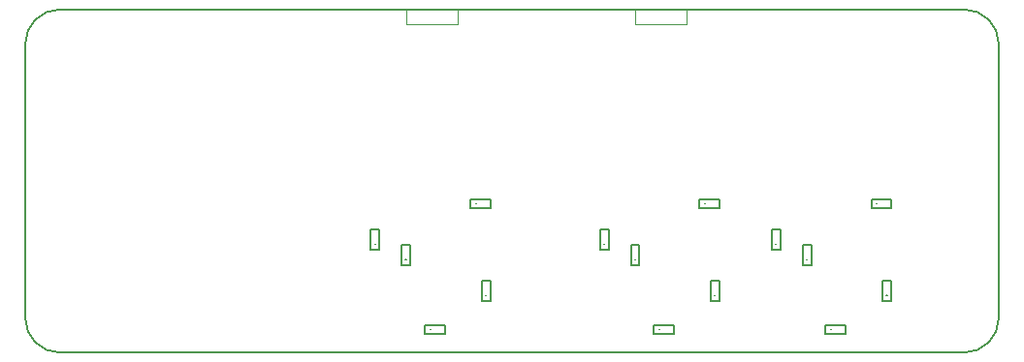
<source format=gm1>
G04 #@! TF.FileFunction,Profile,NP*
%FSLAX46Y46*%
G04 Gerber Fmt 4.6, Leading zero omitted, Abs format (unit mm)*
G04 Created by KiCad (PCBNEW 4.0.6) date Sunday, March 03, 2019 'PMt' 03:44:16 PM*
%MOMM*%
%LPD*%
G01*
G04 APERTURE LIST*
%ADD10C,0.150000*%
%ADD11C,0.000100*%
G04 APERTURE END LIST*
D10*
X89500000Y-106500000D02*
X89500000Y-82500000D01*
X171500000Y-109500000D02*
X170950000Y-109500000D01*
X174500000Y-106050000D02*
X174500000Y-106500000D01*
X174500000Y-82500000D02*
X174500000Y-106000000D01*
X92500000Y-109500000D02*
X171000000Y-109500000D01*
X92500000Y-79500000D02*
X171000000Y-79500000D01*
X89500000Y-106500000D02*
G75*
G03X92500000Y-109500000I3000000J0D01*
G01*
X171500000Y-109500000D02*
G75*
G03X174500000Y-106500000I0J3000000D01*
G01*
X171500000Y-79500000D02*
X171000000Y-79500000D01*
X174500000Y-82500000D02*
G75*
G03X171500000Y-79500000I-3000000J0D01*
G01*
X92500000Y-79500000D02*
G75*
G03X89500000Y-82500000I0J-3000000D01*
G01*
D11*
X153350000Y-79500000D02*
X147250000Y-79500000D01*
X147250000Y-79500000D02*
X147250000Y-80800000D01*
X147250000Y-80800000D02*
X142750000Y-80800000D01*
X142750000Y-80800000D02*
X142750000Y-79500000D01*
X142750000Y-79500000D02*
X136150000Y-79500000D01*
D10*
X144870000Y-107470000D02*
X144870000Y-107480000D01*
X144375000Y-107875000D02*
X146125000Y-107875000D01*
X146125000Y-107875000D02*
X146125000Y-107125000D01*
X146125000Y-107125000D02*
X144375000Y-107125000D01*
X144375000Y-107875000D02*
X144375000Y-107125000D01*
X149720000Y-104480000D02*
X149730000Y-104480000D01*
X150125000Y-104975000D02*
X150125000Y-103225000D01*
X150125000Y-103225000D02*
X149375000Y-103225000D01*
X149375000Y-103225000D02*
X149375000Y-104975000D01*
X150125000Y-104975000D02*
X149375000Y-104975000D01*
X142720000Y-101380000D02*
X142730000Y-101380000D01*
X143125000Y-101875000D02*
X143125000Y-100125000D01*
X143125000Y-100125000D02*
X142375000Y-100125000D01*
X142375000Y-100125000D02*
X142375000Y-101875000D01*
X143125000Y-101875000D02*
X142375000Y-101875000D01*
X140020000Y-99980000D02*
X140030000Y-99980000D01*
X140425000Y-100475000D02*
X140425000Y-98725000D01*
X140425000Y-98725000D02*
X139675000Y-98725000D01*
X139675000Y-98725000D02*
X139675000Y-100475000D01*
X140425000Y-100475000D02*
X139675000Y-100475000D01*
X148870000Y-96470000D02*
X148870000Y-96480000D01*
X148375000Y-96875000D02*
X150125000Y-96875000D01*
X150125000Y-96875000D02*
X150125000Y-96125000D01*
X150125000Y-96125000D02*
X148375000Y-96125000D01*
X148375000Y-96875000D02*
X148375000Y-96125000D01*
X159870000Y-107470000D02*
X159870000Y-107480000D01*
X159375000Y-107875000D02*
X161125000Y-107875000D01*
X161125000Y-107875000D02*
X161125000Y-107125000D01*
X161125000Y-107125000D02*
X159375000Y-107125000D01*
X159375000Y-107875000D02*
X159375000Y-107125000D01*
X164720000Y-104480000D02*
X164730000Y-104480000D01*
X165125000Y-104975000D02*
X165125000Y-103225000D01*
X165125000Y-103225000D02*
X164375000Y-103225000D01*
X164375000Y-103225000D02*
X164375000Y-104975000D01*
X165125000Y-104975000D02*
X164375000Y-104975000D01*
X157720000Y-101380000D02*
X157730000Y-101380000D01*
X158125000Y-101875000D02*
X158125000Y-100125000D01*
X158125000Y-100125000D02*
X157375000Y-100125000D01*
X157375000Y-100125000D02*
X157375000Y-101875000D01*
X158125000Y-101875000D02*
X157375000Y-101875000D01*
X155020000Y-99980000D02*
X155030000Y-99980000D01*
X155425000Y-100475000D02*
X155425000Y-98725000D01*
X155425000Y-98725000D02*
X154675000Y-98725000D01*
X154675000Y-98725000D02*
X154675000Y-100475000D01*
X155425000Y-100475000D02*
X154675000Y-100475000D01*
X163870000Y-96470000D02*
X163870000Y-96480000D01*
X163375000Y-96875000D02*
X165125000Y-96875000D01*
X165125000Y-96875000D02*
X165125000Y-96125000D01*
X165125000Y-96125000D02*
X163375000Y-96125000D01*
X163375000Y-96875000D02*
X163375000Y-96125000D01*
D11*
X133350000Y-79500000D02*
X127250000Y-79500000D01*
X127250000Y-79500000D02*
X127250000Y-80800000D01*
X127250000Y-80800000D02*
X122750000Y-80800000D01*
X122750000Y-80800000D02*
X122750000Y-79500000D01*
X122750000Y-79500000D02*
X116150000Y-79500000D01*
D10*
X124870000Y-107470000D02*
X124870000Y-107480000D01*
X124375000Y-107875000D02*
X126125000Y-107875000D01*
X126125000Y-107875000D02*
X126125000Y-107125000D01*
X126125000Y-107125000D02*
X124375000Y-107125000D01*
X124375000Y-107875000D02*
X124375000Y-107125000D01*
X129720000Y-104480000D02*
X129730000Y-104480000D01*
X130125000Y-104975000D02*
X130125000Y-103225000D01*
X130125000Y-103225000D02*
X129375000Y-103225000D01*
X129375000Y-103225000D02*
X129375000Y-104975000D01*
X130125000Y-104975000D02*
X129375000Y-104975000D01*
X122720000Y-101380000D02*
X122730000Y-101380000D01*
X123125000Y-101875000D02*
X123125000Y-100125000D01*
X123125000Y-100125000D02*
X122375000Y-100125000D01*
X122375000Y-100125000D02*
X122375000Y-101875000D01*
X123125000Y-101875000D02*
X122375000Y-101875000D01*
X120020000Y-99980000D02*
X120030000Y-99980000D01*
X120425000Y-100475000D02*
X120425000Y-98725000D01*
X120425000Y-98725000D02*
X119675000Y-98725000D01*
X119675000Y-98725000D02*
X119675000Y-100475000D01*
X120425000Y-100475000D02*
X119675000Y-100475000D01*
X128870000Y-96470000D02*
X128870000Y-96480000D01*
X128375000Y-96875000D02*
X130125000Y-96875000D01*
X130125000Y-96875000D02*
X130125000Y-96125000D01*
X130125000Y-96125000D02*
X128375000Y-96125000D01*
X128375000Y-96875000D02*
X128375000Y-96125000D01*
M02*

</source>
